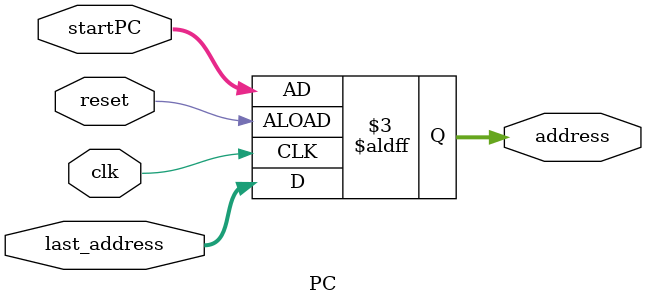
<source format=v>
`timescale 1ns / 1ps


module PC( clk, reset,last_address,startPC ,address

    );
    
   input clk,reset;
   input [31:0] last_address;
   input [31:0] startPC;
   output reg [31:0]address;
   
   always @(negedge clk or negedge reset)begin
    
    if (reset==1'b0)
    address <= startPC;
    else 
    address <= last_address;
    end
endmodule
</source>
